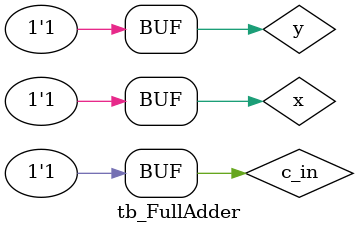
<source format=v>
`timescale 1ns/1ns

module tb_FullAdder();

reg x, y, c_in;
wire s_out, c_out;

full_adder TB (.x(x), .y(y), .c_in(c_in), .s_out(s_out), .c_out(c_out));

initial
begin
x=0; y=0; c_in=0;
#100; x=0; y=0; c_in=1;
#100; x=0; y=1; c_in=0;
#100; x=0; y=1; c_in=1;
#100; x=1; y=0; c_in=0;
#100; x=1; y=0; c_in=1;
#100; x=1; y=1; c_in=0;
#100; x=1; y=1; c_in=1;
end

endmodule

</source>
